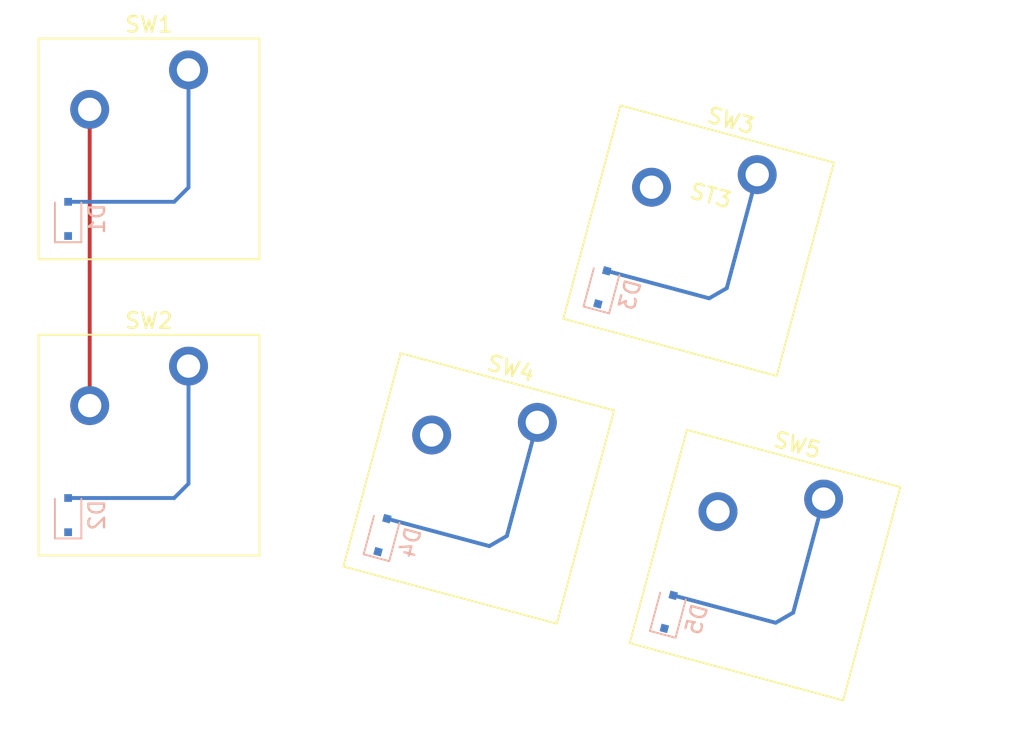
<source format=kicad_pcb>
(kicad_pcb (version 20211014) (generator pcbnew)
  (layers (0 "F.Cu" signal) (31 "B.Cu" signal) (34 "B.Paste" user) (35 "F.Paste" user) (36 "B.SilkS" user "B.Silkscreen") (37 "F.SilkS" user "F.Silkscreen") (38 "B.Mask" user) (39 "F.Mask" user) (44 "Edge.Cuts" user))
  (net 0 "")
  (net 1 "COL0")
  (net 2 "COL1")
  (net 3 "COL2")
  (net 4 "N$1")
  (net 5 "N$2")
  (net 6 "N$3")
  (net 7 "N$4")
  (net 8 "N$5")
  (net 9 "ROW0")
  (net 10 "ROW1")
  (footprint "Mounting_Keyboard_Stabilizer:Stabilizer_Cherry_MX_2u" (layer "F.Cu") (at 69.846641 40.429172 -15)
    (fp_text reference "ST3" (at 0 -3 165) (layer "F.SilkS"))
    (fp_text value "MountingHole")
    (pad "" np_thru_hole circle locked (at 11.938 8.255 345) (size 3.9878 3.9878) (drill 3.9878) (layers *.Cu *.Mask))
    (pad "" np_thru_hole circle locked (at -11.938 -6.985 345) (size 3.048 3.048) (drill 3.048) (layers *.Cu *.Mask))
    (pad "" np_thru_hole circle locked (at 11.938 -6.985 345) (size 3.048 3.048) (drill 3.048) (layers *.Cu *.Mask))
    (pad "" np_thru_hole circle locked (at -11.938 8.255 345) (size 3.9878 3.9878) (drill 3.9878) (layers *.Cu *.Mask))
  )
  (footprint "Switch_Keyboard_Cherry_MX:SW_Cherry_MX_PCB_1.00u" (layer "F.Cu") (at 34.525 34.525)
    (fp_text reference "SW1" (at 0 -8) (layer "F.SilkS"))
    (fp_text value "SW_Push")
    (fp_line (start -7.1 -7.1) (end -7.1 7.1) (layer "F.SilkS") (width 0.12))
    (fp_line (start 7.1 7.1) (end 7.1 -7.1) (layer "F.SilkS") (width 0.12))
    (fp_line (start 7.1 -7.1) (end -7.1 -7.1) (layer "F.SilkS") (width 0.12))
    (fp_line (start -7.1 7.1) (end 7.1 7.1) (layer "F.SilkS") (width 0.12))
    (pad "" np_thru_hole circle locked (at 5.08 0) (size 1.75 1.75) (drill 1.75) (layers *.Cu *.Mask))
    (pad "" np_thru_hole circle locked (at -5.08 0) (size 1.75 1.75) (drill 1.75) (layers *.Cu *.Mask))
    (pad "" np_thru_hole circle locked (at 0 0) (size 4 4) (drill 4) (layers *.Cu *.Mask))
    (pad "1" thru_hole circle locked (at -3.81 -2.54) (size 2.5 2.5) (drill 1.5) (layers *.Cu "B.Mask") (net 1 "COL0"))
    (pad "2" thru_hole circle locked (at 2.54 -5.08) (size 2.5 2.5) (drill 1.5) (layers *.Cu "B.Mask") (net 4 "N$1"))
  )
  (footprint "Switch_Keyboard_Cherry_MX:SW_Cherry_MX_PCB_1.00u" (layer "F.Cu") (at 34.525 53.575)
    (fp_text reference "SW2" (at 0 -8) (layer "F.SilkS"))
    (fp_text value "SW_Push")
    (fp_line (start -7.1 7.1) (end 7.1 7.1) (layer "F.SilkS") (width 0.12))
    (fp_line (start 7.1 -7.1) (end -7.1 -7.1) (layer "F.SilkS") (width 0.12))
    (fp_line (start 7.1 7.1) (end 7.1 -7.1) (layer "F.SilkS") (width 0.12))
    (fp_line (start -7.1 -7.1) (end -7.1 7.1) (layer "F.SilkS") (width 0.12))
    (pad "" np_thru_hole circle locked (at -5.08 0) (size 1.75 1.75) (drill 1.75) (layers *.Cu *.Mask))
    (pad "" np_thru_hole circle locked (at 5.08 0) (size 1.75 1.75) (drill 1.75) (layers *.Cu *.Mask))
    (pad "" np_thru_hole circle locked (at 0 0) (size 4 4) (drill 4) (layers *.Cu *.Mask))
    (pad "1" thru_hole circle locked (at -3.81 -2.54) (size 2.5 2.5) (drill 1.5) (layers *.Cu "B.Mask") (net 1 "COL0"))
    (pad "2" thru_hole circle locked (at 2.54 -5.08) (size 2.5 2.5) (drill 1.5) (layers *.Cu "B.Mask") (net 5 "N$2"))
  )
  (footprint "Switch_Keyboard_Cherry_MX:SW_Cherry_MX_PCB_2.00u" (layer "F.Cu") (at 69.846641 40.429172 -15)
    (fp_text reference "SW3" (at 0 -8 165) (layer "F.SilkS"))
    (fp_text value "SW_Push")
    (fp_line (start -7.1 -7.1) (end -7.1 7.1) (layer "F.SilkS") (width 0.12))
    (fp_line (start -7.1 7.1) (end 7.1 7.1) (layer "F.SilkS") (width 0.12))
    (fp_line (start 7.1 7.1) (end 7.1 -7.1) (layer "F.SilkS") (width 0.12))
    (fp_line (start 7.1 -7.1) (end -7.1 -7.1) (layer "F.SilkS") (width 0.12))
    (pad "" np_thru_hole circle locked (at 0 0 345) (size 4 4) (drill 4) (layers *.Cu *.Mask))
    (pad "" np_thru_hole circle locked (at 5.08 0 345) (size 1.75 1.75) (drill 1.75) (layers *.Cu *.Mask))
    (pad "" np_thru_hole circle locked (at -5.08 0 345) (size 1.75 1.75) (drill 1.75) (layers *.Cu *.Mask))
    (pad "1" thru_hole circle locked (at -3.81 -2.54 345) (size 2.5 2.5) (drill 1.5) (layers *.Cu "B.Mask") (net 2 "COL1"))
    (pad "2" thru_hole circle locked (at 2.54 -5.08 345) (size 2.5 2.5) (drill 1.5) (layers *.Cu "B.Mask") (net 6 "N$3"))
  )
  (footprint "Switch_Keyboard_Cherry_MX:SW_Cherry_MX_PCB_1.00u" (layer "F.Cu") (at 55.715695 56.364808 -15)
    (fp_text reference "SW4" (at 0 -8 165) (layer "F.SilkS"))
    (fp_text value "SW_Push")
    (fp_line (start -7.1 7.1) (end 7.1 7.1) (layer "F.SilkS") (width 0.12))
    (fp_line (start -7.1 -7.1) (end -7.1 7.1) (layer "F.SilkS") (width 0.12))
    (fp_line (start 7.1 7.1) (end 7.1 -7.1) (layer "F.SilkS") (width 0.12))
    (fp_line (start 7.1 -7.1) (end -7.1 -7.1) (layer "F.SilkS") (width 0.12))
    (pad "" np_thru_hole circle locked (at 0 0 345) (size 4 4) (drill 4) (layers *.Cu *.Mask))
    (pad "" np_thru_hole circle locked (at -5.08 0 345) (size 1.75 1.75) (drill 1.75) (layers *.Cu *.Mask))
    (pad "" np_thru_hole circle locked (at 5.08 0 345) (size 1.75 1.75) (drill 1.75) (layers *.Cu *.Mask))
    (pad "1" thru_hole circle locked (at -3.81 -2.54 345) (size 2.5 2.5) (drill 1.5) (layers *.Cu "B.Mask") (net 2 "COL1"))
    (pad "2" thru_hole circle locked (at 2.54 -5.08 345) (size 2.5 2.5) (drill 1.5) (layers *.Cu "B.Mask") (net 7 "N$4"))
  )
  (footprint "Switch_Keyboard_Cherry_MX:SW_Cherry_MX_PCB_1.00u" (layer "F.Cu") (at 74.116582 61.295311 -15)
    (fp_text reference "SW5" (at 0 -8 165) (layer "F.SilkS"))
    (fp_text value "SW_Push")
    (fp_line (start 7.1 7.1) (end 7.1 -7.1) (layer "F.SilkS") (width 0.12))
    (fp_line (start 7.1 -7.1) (end -7.1 -7.1) (layer "F.SilkS") (width 0.12))
    (fp_line (start -7.1 7.1) (end 7.1 7.1) (layer "F.SilkS") (width 0.12))
    (fp_line (start -7.1 -7.1) (end -7.1 7.1) (layer "F.SilkS") (width 0.12))
    (pad "" np_thru_hole circle locked (at 5.08 0 345) (size 1.75 1.75) (drill 1.75) (layers *.Cu *.Mask))
    (pad "" np_thru_hole circle locked (at 0 0 345) (size 4 4) (drill 4) (layers *.Cu *.Mask))
    (pad "" np_thru_hole circle locked (at -5.08 0 345) (size 1.75 1.75) (drill 1.75) (layers *.Cu *.Mask))
    (pad "1" thru_hole circle locked (at -3.81 -2.54 345) (size 2.5 2.5) (drill 1.5) (layers *.Cu "B.Mask") (net 3 "COL2"))
    (pad "2" thru_hole circle locked (at 2.54 -5.08 345) (size 2.5 2.5) (drill 1.5) (layers *.Cu "B.Mask") (net 8 "N$5"))
  )
  (footprint "Diode_SMD:D_SOD-323F" (layer "B.Cu") (at 29.328 39.028 90)
    (fp_text reference "D1" (at 0 1.85 90) (layer "B.SilkS") (effects (justify mirror)))
    (fp_text value "D")
    (fp_line (start -1.5 -0.85) (end 1.05 -0.85) (layer "B.SilkS") (width 0.12))
    (fp_line (start -1.5 0.85) (end 1.05 0.85) (layer "B.SilkS") (width 0.12))
    (fp_line (start -1.5 0.85) (end -1.5 -0.85) (layer "B.SilkS") (width 0.12))
    (pad "1" smd rect locked (at -1.1 0 90) (size 0.5 0.5) (layers "B.Cu" "B.Paste" "B.Mask") (net 9 "ROW0"))
    (pad "2" smd rect locked (at 1.1 0 90) (size 0.5 0.5) (layers "B.Cu" "B.Paste" "B.Mask") (net 4 "N$1"))
  )
  (footprint "Diode_SMD:D_SOD-323F" (layer "B.Cu") (at 29.328 58.078 90)
    (fp_text reference "D2" (at 0 1.85 270) (layer "B.SilkS") (effects (justify mirror)))
    (fp_text value "D")
    (fp_line (start -1.5 0.85) (end 1.05 0.85) (layer "B.SilkS") (width 0.12))
    (fp_line (start -1.5 0.85) (end -1.5 -0.85) (layer "B.SilkS") (width 0.12))
    (fp_line (start -1.5 -0.85) (end 1.05 -0.85) (layer "B.SilkS") (width 0.12))
    (pad "1" smd rect locked (at -1.1 0 90) (size 0.5 0.5) (layers "B.Cu" "B.Paste" "B.Mask") (net 10 "ROW1"))
    (pad "2" smd rect locked (at 1.1 0 90) (size 0.5 0.5) (layers "B.Cu" "B.Paste" "B.Mask") (net 5 "N$2"))
  )
  (footprint "Diode_SMD:D_SOD-323F" (layer "B.Cu") (at 63.661263 43.433654 75)
    (fp_text reference "D3" (at 0 1.85 75) (layer "B.SilkS") (effects (justify mirror)))
    (fp_text value "D")
    (fp_line (start -1.5 0.85) (end 1.05 0.85) (layer "B.SilkS") (width 0.12))
    (fp_line (start -1.5 -0.85) (end 1.05 -0.85) (layer "B.SilkS") (width 0.12))
    (fp_line (start -1.5 0.85) (end -1.5 -0.85) (layer "B.SilkS") (width 0.12))
    (pad "1" smd rect locked (at -1.1 0 75) (size 0.5 0.5) (layers "B.Cu" "B.Paste" "B.Mask") (net 9 "ROW0"))
    (pad "2" smd rect locked (at 1.1 0 75) (size 0.5 0.5) (layers "B.Cu" "B.Paste" "B.Mask") (net 6 "N$3"))
  )
  (footprint "Diode_SMD:D_SOD-323F" (layer "B.Cu") (at 49.530316 59.369289 75)
    (fp_text reference "D4" (at 0 1.85 75) (layer "B.SilkS") (effects (justify mirror)))
    (fp_text value "D")
    (fp_line (start -1.5 0.85) (end 1.05 0.85) (layer "B.SilkS") (width 0.12))
    (fp_line (start -1.5 0.85) (end -1.5 -0.85) (layer "B.SilkS") (width 0.12))
    (fp_line (start -1.5 -0.85) (end 1.05 -0.85) (layer "B.SilkS") (width 0.12))
    (pad "1" smd rect locked (at -1.1 0 75) (size 0.5 0.5) (layers "B.Cu" "B.Paste" "B.Mask") (net 10 "ROW1"))
    (pad "2" smd rect locked (at 1.1 0 75) (size 0.5 0.5) (layers "B.Cu" "B.Paste" "B.Mask") (net 7 "N$4"))
  )
  (footprint "Diode_SMD:D_SOD-323F" (layer "B.Cu") (at 67.931203 64.299792 75)
    (fp_text reference "D5" (at 0 1.85 75) (layer "B.SilkS") (effects (justify mirror)))
    (fp_text value "D")
    (fp_line (start -1.5 -0.85) (end 1.05 -0.85) (layer "B.SilkS") (width 0.12))
    (fp_line (start -1.5 0.85) (end -1.5 -0.85) (layer "B.SilkS") (width 0.12))
    (fp_line (start -1.5 0.85) (end 1.05 0.85) (layer "B.SilkS") (width 0.12))
    (pad "1" smd rect locked (at -1.1 0 75) (size 0.5 0.5) (layers "B.Cu" "B.Paste" "B.Mask") (net 10 "ROW1"))
    (pad "2" smd rect locked (at 1.1 0 75) (size 0.5 0.5) (layers "B.Cu" "B.Paste" "B.Mask") (net 8 "N$5"))
  )
  (segment (start 30.715 31.985) (end 30.715 51.035) (width 0.25) (layer "F.Cu") (net 1))
  (segment (start 36.143 37.928) (end 37.065 37.006) (width 0.25) (layer "B.Cu") (net 4))
  (segment (start 37.065 37.006) (end 37.065 29.445) (width 0.25) (layer "B.Cu") (net 4))
  (segment (start 29.328 37.928) (end 36.143 37.928) (width 0.25) (layer "B.Cu") (net 4))
  (segment (start 36.143 56.978) (end 37.065 56.056) (width 0.25) (layer "B.Cu") (net 5))
  (segment (start 29.328 56.978) (end 36.143 56.978) (width 0.25) (layer "B.Cu") (net 5))
  (segment (start 37.065 56.056) (end 37.065 48.495) (width 0.25) (layer "B.Cu") (net 5))
  (segment (start 70.528748 44.134987) (end 71.657963 43.483035) (width 0.25) (layer "B.Cu") (net 6))
  (segment (start 63.945964 42.371136) (end 70.528748 44.134987) (width 0.25) (layer "B.Cu") (net 6))
  (segment (start 71.657963 43.483035) (end 73.614894 36.179669) (width 0.25) (layer "B.Cu") (net 6))
  (segment (start 56.397801 60.070621) (end 57.527016 59.418669) (width 0.25) (layer "B.Cu") (net 7))
  (segment (start 57.527016 59.418669) (end 59.483947 52.115304) (width 0.25) (layer "B.Cu") (net 7))
  (segment (start 49.815017 58.306771) (end 56.397801 60.070621) (width 0.25) (layer "B.Cu") (net 7))
  (segment (start 68.215904 63.237274) (end 74.798688 65.001125) (width 0.25) (layer "B.Cu") (net 8))
  (segment (start 75.927902 64.349173) (end 77.884833 57.045808) (width 0.25) (layer "B.Cu") (net 8))
  (segment (start 74.798688 65.001125) (end 75.927902 64.349173) (width 0.25) (layer "B.Cu") (net 8))
)
</source>
